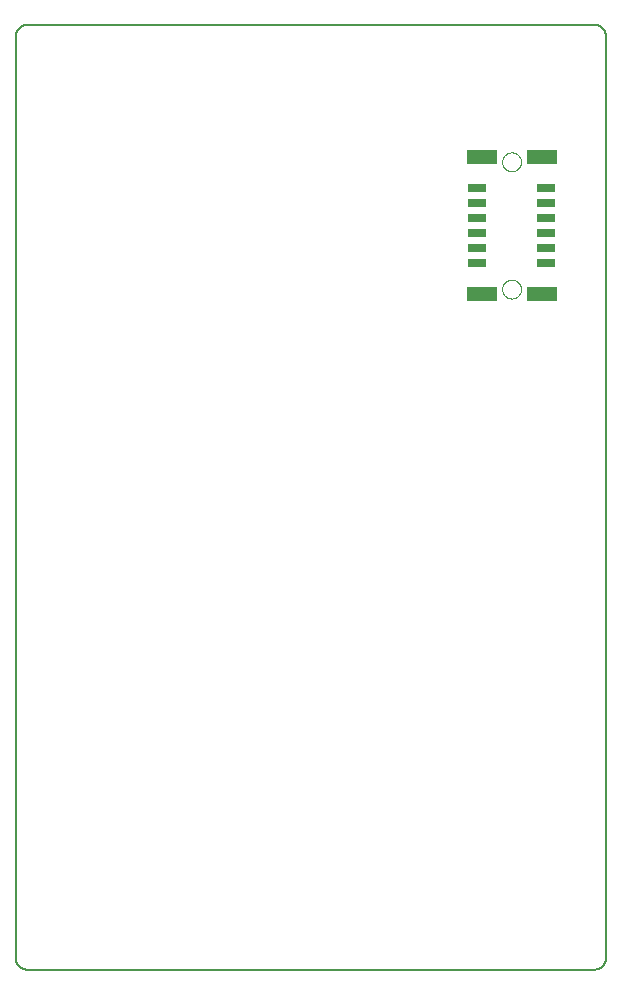
<source format=gbp>
G75*
%MOIN*%
%OFA0B0*%
%FSLAX25Y25*%
%IPPOS*%
%LPD*%
%AMOC8*
5,1,8,0,0,1.08239X$1,22.5*
%
%ADD10C,0.00500*%
%ADD11R,0.05906X0.03150*%
%ADD12R,0.09843X0.04724*%
%ADD13C,0.00000*%
D10*
X0010859Y0008937D02*
X0010859Y0316024D01*
X0010861Y0316148D01*
X0010867Y0316271D01*
X0010876Y0316395D01*
X0010890Y0316517D01*
X0010907Y0316640D01*
X0010929Y0316762D01*
X0010954Y0316883D01*
X0010983Y0317003D01*
X0011015Y0317122D01*
X0011052Y0317241D01*
X0011092Y0317358D01*
X0011135Y0317473D01*
X0011183Y0317588D01*
X0011234Y0317700D01*
X0011288Y0317811D01*
X0011346Y0317921D01*
X0011407Y0318028D01*
X0011472Y0318134D01*
X0011540Y0318237D01*
X0011611Y0318338D01*
X0011685Y0318437D01*
X0011762Y0318534D01*
X0011843Y0318628D01*
X0011926Y0318719D01*
X0012012Y0318808D01*
X0012101Y0318894D01*
X0012192Y0318977D01*
X0012286Y0319058D01*
X0012383Y0319135D01*
X0012482Y0319209D01*
X0012583Y0319280D01*
X0012686Y0319348D01*
X0012792Y0319413D01*
X0012899Y0319474D01*
X0013009Y0319532D01*
X0013120Y0319586D01*
X0013232Y0319637D01*
X0013347Y0319685D01*
X0013462Y0319728D01*
X0013579Y0319768D01*
X0013698Y0319805D01*
X0013817Y0319837D01*
X0013937Y0319866D01*
X0014058Y0319891D01*
X0014180Y0319913D01*
X0014303Y0319930D01*
X0014425Y0319944D01*
X0014549Y0319953D01*
X0014672Y0319959D01*
X0014796Y0319961D01*
X0203772Y0319961D01*
X0203896Y0319959D01*
X0204019Y0319953D01*
X0204143Y0319944D01*
X0204265Y0319930D01*
X0204388Y0319913D01*
X0204510Y0319891D01*
X0204631Y0319866D01*
X0204751Y0319837D01*
X0204870Y0319805D01*
X0204989Y0319768D01*
X0205106Y0319728D01*
X0205221Y0319685D01*
X0205336Y0319637D01*
X0205448Y0319586D01*
X0205559Y0319532D01*
X0205669Y0319474D01*
X0205776Y0319413D01*
X0205882Y0319348D01*
X0205985Y0319280D01*
X0206086Y0319209D01*
X0206185Y0319135D01*
X0206282Y0319058D01*
X0206376Y0318977D01*
X0206467Y0318894D01*
X0206556Y0318808D01*
X0206642Y0318719D01*
X0206725Y0318628D01*
X0206806Y0318534D01*
X0206883Y0318437D01*
X0206957Y0318338D01*
X0207028Y0318237D01*
X0207096Y0318134D01*
X0207161Y0318028D01*
X0207222Y0317921D01*
X0207280Y0317811D01*
X0207334Y0317700D01*
X0207385Y0317588D01*
X0207433Y0317473D01*
X0207476Y0317358D01*
X0207516Y0317241D01*
X0207553Y0317122D01*
X0207585Y0317003D01*
X0207614Y0316883D01*
X0207639Y0316762D01*
X0207661Y0316640D01*
X0207678Y0316517D01*
X0207692Y0316395D01*
X0207701Y0316271D01*
X0207707Y0316148D01*
X0207709Y0316024D01*
X0207709Y0008937D01*
X0207707Y0008813D01*
X0207701Y0008690D01*
X0207692Y0008566D01*
X0207678Y0008444D01*
X0207661Y0008321D01*
X0207639Y0008199D01*
X0207614Y0008078D01*
X0207585Y0007958D01*
X0207553Y0007839D01*
X0207516Y0007720D01*
X0207476Y0007603D01*
X0207433Y0007488D01*
X0207385Y0007373D01*
X0207334Y0007261D01*
X0207280Y0007150D01*
X0207222Y0007040D01*
X0207161Y0006933D01*
X0207096Y0006827D01*
X0207028Y0006724D01*
X0206957Y0006623D01*
X0206883Y0006524D01*
X0206806Y0006427D01*
X0206725Y0006333D01*
X0206642Y0006242D01*
X0206556Y0006153D01*
X0206467Y0006067D01*
X0206376Y0005984D01*
X0206282Y0005903D01*
X0206185Y0005826D01*
X0206086Y0005752D01*
X0205985Y0005681D01*
X0205882Y0005613D01*
X0205776Y0005548D01*
X0205669Y0005487D01*
X0205559Y0005429D01*
X0205448Y0005375D01*
X0205336Y0005324D01*
X0205221Y0005276D01*
X0205106Y0005233D01*
X0204989Y0005193D01*
X0204870Y0005156D01*
X0204751Y0005124D01*
X0204631Y0005095D01*
X0204510Y0005070D01*
X0204388Y0005048D01*
X0204265Y0005031D01*
X0204143Y0005017D01*
X0204019Y0005008D01*
X0203896Y0005002D01*
X0203772Y0005000D01*
X0014796Y0005000D01*
X0014672Y0005002D01*
X0014549Y0005008D01*
X0014425Y0005017D01*
X0014303Y0005031D01*
X0014180Y0005048D01*
X0014058Y0005070D01*
X0013937Y0005095D01*
X0013817Y0005124D01*
X0013698Y0005156D01*
X0013579Y0005193D01*
X0013462Y0005233D01*
X0013347Y0005276D01*
X0013232Y0005324D01*
X0013120Y0005375D01*
X0013009Y0005429D01*
X0012899Y0005487D01*
X0012792Y0005548D01*
X0012686Y0005613D01*
X0012583Y0005681D01*
X0012482Y0005752D01*
X0012383Y0005826D01*
X0012286Y0005903D01*
X0012192Y0005984D01*
X0012101Y0006067D01*
X0012012Y0006153D01*
X0011926Y0006242D01*
X0011843Y0006333D01*
X0011762Y0006427D01*
X0011685Y0006524D01*
X0011611Y0006623D01*
X0011540Y0006724D01*
X0011472Y0006827D01*
X0011407Y0006933D01*
X0011346Y0007040D01*
X0011288Y0007150D01*
X0011234Y0007261D01*
X0011183Y0007373D01*
X0011135Y0007488D01*
X0011092Y0007603D01*
X0011052Y0007720D01*
X0011015Y0007839D01*
X0010983Y0007958D01*
X0010954Y0008078D01*
X0010929Y0008199D01*
X0010907Y0008321D01*
X0010890Y0008444D01*
X0010876Y0008566D01*
X0010867Y0008690D01*
X0010861Y0008813D01*
X0010859Y0008937D01*
D11*
X0164599Y0240492D03*
X0164599Y0245492D03*
X0164599Y0250492D03*
X0164599Y0255492D03*
X0164599Y0260492D03*
X0164599Y0265492D03*
X0187827Y0265492D03*
X0187827Y0260492D03*
X0187827Y0255492D03*
X0187827Y0250492D03*
X0187827Y0245492D03*
X0187827Y0240492D03*
D12*
X0186252Y0230197D03*
X0166174Y0230197D03*
X0166174Y0275866D03*
X0186252Y0275866D03*
D13*
X0173063Y0274232D02*
X0173065Y0274344D01*
X0173071Y0274455D01*
X0173081Y0274567D01*
X0173095Y0274678D01*
X0173112Y0274788D01*
X0173134Y0274898D01*
X0173160Y0275007D01*
X0173189Y0275115D01*
X0173222Y0275221D01*
X0173259Y0275327D01*
X0173300Y0275431D01*
X0173345Y0275534D01*
X0173393Y0275635D01*
X0173444Y0275734D01*
X0173499Y0275831D01*
X0173558Y0275926D01*
X0173619Y0276020D01*
X0173684Y0276111D01*
X0173753Y0276199D01*
X0173824Y0276285D01*
X0173898Y0276369D01*
X0173976Y0276449D01*
X0174056Y0276527D01*
X0174139Y0276603D01*
X0174224Y0276675D01*
X0174312Y0276744D01*
X0174402Y0276810D01*
X0174495Y0276872D01*
X0174590Y0276932D01*
X0174687Y0276988D01*
X0174785Y0277040D01*
X0174886Y0277089D01*
X0174988Y0277134D01*
X0175092Y0277176D01*
X0175197Y0277214D01*
X0175304Y0277248D01*
X0175411Y0277278D01*
X0175520Y0277305D01*
X0175629Y0277327D01*
X0175740Y0277346D01*
X0175850Y0277361D01*
X0175962Y0277372D01*
X0176073Y0277379D01*
X0176185Y0277382D01*
X0176297Y0277381D01*
X0176409Y0277376D01*
X0176520Y0277367D01*
X0176631Y0277354D01*
X0176742Y0277337D01*
X0176852Y0277317D01*
X0176961Y0277292D01*
X0177069Y0277264D01*
X0177176Y0277231D01*
X0177282Y0277195D01*
X0177386Y0277155D01*
X0177489Y0277112D01*
X0177591Y0277065D01*
X0177690Y0277014D01*
X0177788Y0276960D01*
X0177884Y0276902D01*
X0177978Y0276841D01*
X0178069Y0276777D01*
X0178158Y0276710D01*
X0178245Y0276639D01*
X0178329Y0276565D01*
X0178411Y0276489D01*
X0178489Y0276409D01*
X0178565Y0276327D01*
X0178638Y0276242D01*
X0178708Y0276155D01*
X0178774Y0276065D01*
X0178838Y0275973D01*
X0178898Y0275879D01*
X0178955Y0275783D01*
X0179008Y0275684D01*
X0179058Y0275584D01*
X0179104Y0275483D01*
X0179147Y0275379D01*
X0179186Y0275274D01*
X0179221Y0275168D01*
X0179252Y0275061D01*
X0179280Y0274952D01*
X0179303Y0274843D01*
X0179323Y0274733D01*
X0179339Y0274622D01*
X0179351Y0274511D01*
X0179359Y0274400D01*
X0179363Y0274288D01*
X0179363Y0274176D01*
X0179359Y0274064D01*
X0179351Y0273953D01*
X0179339Y0273842D01*
X0179323Y0273731D01*
X0179303Y0273621D01*
X0179280Y0273512D01*
X0179252Y0273403D01*
X0179221Y0273296D01*
X0179186Y0273190D01*
X0179147Y0273085D01*
X0179104Y0272981D01*
X0179058Y0272880D01*
X0179008Y0272780D01*
X0178955Y0272681D01*
X0178898Y0272585D01*
X0178838Y0272491D01*
X0178774Y0272399D01*
X0178708Y0272309D01*
X0178638Y0272222D01*
X0178565Y0272137D01*
X0178489Y0272055D01*
X0178411Y0271975D01*
X0178329Y0271899D01*
X0178245Y0271825D01*
X0178158Y0271754D01*
X0178069Y0271687D01*
X0177978Y0271623D01*
X0177884Y0271562D01*
X0177788Y0271504D01*
X0177690Y0271450D01*
X0177591Y0271399D01*
X0177489Y0271352D01*
X0177386Y0271309D01*
X0177282Y0271269D01*
X0177176Y0271233D01*
X0177069Y0271200D01*
X0176961Y0271172D01*
X0176852Y0271147D01*
X0176742Y0271127D01*
X0176631Y0271110D01*
X0176520Y0271097D01*
X0176409Y0271088D01*
X0176297Y0271083D01*
X0176185Y0271082D01*
X0176073Y0271085D01*
X0175962Y0271092D01*
X0175850Y0271103D01*
X0175740Y0271118D01*
X0175629Y0271137D01*
X0175520Y0271159D01*
X0175411Y0271186D01*
X0175304Y0271216D01*
X0175197Y0271250D01*
X0175092Y0271288D01*
X0174988Y0271330D01*
X0174886Y0271375D01*
X0174785Y0271424D01*
X0174687Y0271476D01*
X0174590Y0271532D01*
X0174495Y0271592D01*
X0174402Y0271654D01*
X0174312Y0271720D01*
X0174224Y0271789D01*
X0174139Y0271861D01*
X0174056Y0271937D01*
X0173976Y0272015D01*
X0173898Y0272095D01*
X0173824Y0272179D01*
X0173753Y0272265D01*
X0173684Y0272353D01*
X0173619Y0272444D01*
X0173558Y0272538D01*
X0173499Y0272633D01*
X0173444Y0272730D01*
X0173393Y0272829D01*
X0173345Y0272930D01*
X0173300Y0273033D01*
X0173259Y0273137D01*
X0173222Y0273243D01*
X0173189Y0273349D01*
X0173160Y0273457D01*
X0173134Y0273566D01*
X0173112Y0273676D01*
X0173095Y0273786D01*
X0173081Y0273897D01*
X0173071Y0274009D01*
X0173065Y0274120D01*
X0173063Y0274232D01*
X0173065Y0274344D01*
X0173071Y0274455D01*
X0173081Y0274567D01*
X0173095Y0274678D01*
X0173112Y0274788D01*
X0173134Y0274898D01*
X0173160Y0275007D01*
X0173189Y0275115D01*
X0173222Y0275221D01*
X0173259Y0275327D01*
X0173300Y0275431D01*
X0173345Y0275534D01*
X0173393Y0275635D01*
X0173444Y0275734D01*
X0173499Y0275831D01*
X0173558Y0275926D01*
X0173619Y0276020D01*
X0173684Y0276111D01*
X0173753Y0276199D01*
X0173824Y0276285D01*
X0173898Y0276369D01*
X0173976Y0276449D01*
X0174056Y0276527D01*
X0174139Y0276603D01*
X0174224Y0276675D01*
X0174312Y0276744D01*
X0174402Y0276810D01*
X0174495Y0276872D01*
X0174590Y0276932D01*
X0174687Y0276988D01*
X0174785Y0277040D01*
X0174886Y0277089D01*
X0174988Y0277134D01*
X0175092Y0277176D01*
X0175197Y0277214D01*
X0175304Y0277248D01*
X0175411Y0277278D01*
X0175520Y0277305D01*
X0175629Y0277327D01*
X0175740Y0277346D01*
X0175850Y0277361D01*
X0175962Y0277372D01*
X0176073Y0277379D01*
X0176185Y0277382D01*
X0176297Y0277381D01*
X0176409Y0277376D01*
X0176520Y0277367D01*
X0176631Y0277354D01*
X0176742Y0277337D01*
X0176852Y0277317D01*
X0176961Y0277292D01*
X0177069Y0277264D01*
X0177176Y0277231D01*
X0177282Y0277195D01*
X0177386Y0277155D01*
X0177489Y0277112D01*
X0177591Y0277065D01*
X0177690Y0277014D01*
X0177788Y0276960D01*
X0177884Y0276902D01*
X0177978Y0276841D01*
X0178069Y0276777D01*
X0178158Y0276710D01*
X0178245Y0276639D01*
X0178329Y0276565D01*
X0178411Y0276489D01*
X0178489Y0276409D01*
X0178565Y0276327D01*
X0178638Y0276242D01*
X0178708Y0276155D01*
X0178774Y0276065D01*
X0178838Y0275973D01*
X0178898Y0275879D01*
X0178955Y0275783D01*
X0179008Y0275684D01*
X0179058Y0275584D01*
X0179104Y0275483D01*
X0179147Y0275379D01*
X0179186Y0275274D01*
X0179221Y0275168D01*
X0179252Y0275061D01*
X0179280Y0274952D01*
X0179303Y0274843D01*
X0179323Y0274733D01*
X0179339Y0274622D01*
X0179351Y0274511D01*
X0179359Y0274400D01*
X0179363Y0274288D01*
X0179363Y0274176D01*
X0179359Y0274064D01*
X0179351Y0273953D01*
X0179339Y0273842D01*
X0179323Y0273731D01*
X0179303Y0273621D01*
X0179280Y0273512D01*
X0179252Y0273403D01*
X0179221Y0273296D01*
X0179186Y0273190D01*
X0179147Y0273085D01*
X0179104Y0272981D01*
X0179058Y0272880D01*
X0179008Y0272780D01*
X0178955Y0272681D01*
X0178898Y0272585D01*
X0178838Y0272491D01*
X0178774Y0272399D01*
X0178708Y0272309D01*
X0178638Y0272222D01*
X0178565Y0272137D01*
X0178489Y0272055D01*
X0178411Y0271975D01*
X0178329Y0271899D01*
X0178245Y0271825D01*
X0178158Y0271754D01*
X0178069Y0271687D01*
X0177978Y0271623D01*
X0177884Y0271562D01*
X0177788Y0271504D01*
X0177690Y0271450D01*
X0177591Y0271399D01*
X0177489Y0271352D01*
X0177386Y0271309D01*
X0177282Y0271269D01*
X0177176Y0271233D01*
X0177069Y0271200D01*
X0176961Y0271172D01*
X0176852Y0271147D01*
X0176742Y0271127D01*
X0176631Y0271110D01*
X0176520Y0271097D01*
X0176409Y0271088D01*
X0176297Y0271083D01*
X0176185Y0271082D01*
X0176073Y0271085D01*
X0175962Y0271092D01*
X0175850Y0271103D01*
X0175740Y0271118D01*
X0175629Y0271137D01*
X0175520Y0271159D01*
X0175411Y0271186D01*
X0175304Y0271216D01*
X0175197Y0271250D01*
X0175092Y0271288D01*
X0174988Y0271330D01*
X0174886Y0271375D01*
X0174785Y0271424D01*
X0174687Y0271476D01*
X0174590Y0271532D01*
X0174495Y0271592D01*
X0174402Y0271654D01*
X0174312Y0271720D01*
X0174224Y0271789D01*
X0174139Y0271861D01*
X0174056Y0271937D01*
X0173976Y0272015D01*
X0173898Y0272095D01*
X0173824Y0272179D01*
X0173753Y0272265D01*
X0173684Y0272353D01*
X0173619Y0272444D01*
X0173558Y0272538D01*
X0173499Y0272633D01*
X0173444Y0272730D01*
X0173393Y0272829D01*
X0173345Y0272930D01*
X0173300Y0273033D01*
X0173259Y0273137D01*
X0173222Y0273243D01*
X0173189Y0273349D01*
X0173160Y0273457D01*
X0173134Y0273566D01*
X0173112Y0273676D01*
X0173095Y0273786D01*
X0173081Y0273897D01*
X0173071Y0274009D01*
X0173065Y0274120D01*
X0173063Y0274232D01*
X0173063Y0231831D02*
X0173065Y0231943D01*
X0173071Y0232054D01*
X0173081Y0232166D01*
X0173095Y0232277D01*
X0173112Y0232387D01*
X0173134Y0232497D01*
X0173160Y0232606D01*
X0173189Y0232714D01*
X0173222Y0232820D01*
X0173259Y0232926D01*
X0173300Y0233030D01*
X0173345Y0233133D01*
X0173393Y0233234D01*
X0173444Y0233333D01*
X0173499Y0233430D01*
X0173558Y0233525D01*
X0173619Y0233619D01*
X0173684Y0233710D01*
X0173753Y0233798D01*
X0173824Y0233884D01*
X0173898Y0233968D01*
X0173976Y0234048D01*
X0174056Y0234126D01*
X0174139Y0234202D01*
X0174224Y0234274D01*
X0174312Y0234343D01*
X0174402Y0234409D01*
X0174495Y0234471D01*
X0174590Y0234531D01*
X0174687Y0234587D01*
X0174785Y0234639D01*
X0174886Y0234688D01*
X0174988Y0234733D01*
X0175092Y0234775D01*
X0175197Y0234813D01*
X0175304Y0234847D01*
X0175411Y0234877D01*
X0175520Y0234904D01*
X0175629Y0234926D01*
X0175740Y0234945D01*
X0175850Y0234960D01*
X0175962Y0234971D01*
X0176073Y0234978D01*
X0176185Y0234981D01*
X0176297Y0234980D01*
X0176409Y0234975D01*
X0176520Y0234966D01*
X0176631Y0234953D01*
X0176742Y0234936D01*
X0176852Y0234916D01*
X0176961Y0234891D01*
X0177069Y0234863D01*
X0177176Y0234830D01*
X0177282Y0234794D01*
X0177386Y0234754D01*
X0177489Y0234711D01*
X0177591Y0234664D01*
X0177690Y0234613D01*
X0177788Y0234559D01*
X0177884Y0234501D01*
X0177978Y0234440D01*
X0178069Y0234376D01*
X0178158Y0234309D01*
X0178245Y0234238D01*
X0178329Y0234164D01*
X0178411Y0234088D01*
X0178489Y0234008D01*
X0178565Y0233926D01*
X0178638Y0233841D01*
X0178708Y0233754D01*
X0178774Y0233664D01*
X0178838Y0233572D01*
X0178898Y0233478D01*
X0178955Y0233382D01*
X0179008Y0233283D01*
X0179058Y0233183D01*
X0179104Y0233082D01*
X0179147Y0232978D01*
X0179186Y0232873D01*
X0179221Y0232767D01*
X0179252Y0232660D01*
X0179280Y0232551D01*
X0179303Y0232442D01*
X0179323Y0232332D01*
X0179339Y0232221D01*
X0179351Y0232110D01*
X0179359Y0231999D01*
X0179363Y0231887D01*
X0179363Y0231775D01*
X0179359Y0231663D01*
X0179351Y0231552D01*
X0179339Y0231441D01*
X0179323Y0231330D01*
X0179303Y0231220D01*
X0179280Y0231111D01*
X0179252Y0231002D01*
X0179221Y0230895D01*
X0179186Y0230789D01*
X0179147Y0230684D01*
X0179104Y0230580D01*
X0179058Y0230479D01*
X0179008Y0230379D01*
X0178955Y0230280D01*
X0178898Y0230184D01*
X0178838Y0230090D01*
X0178774Y0229998D01*
X0178708Y0229908D01*
X0178638Y0229821D01*
X0178565Y0229736D01*
X0178489Y0229654D01*
X0178411Y0229574D01*
X0178329Y0229498D01*
X0178245Y0229424D01*
X0178158Y0229353D01*
X0178069Y0229286D01*
X0177978Y0229222D01*
X0177884Y0229161D01*
X0177788Y0229103D01*
X0177690Y0229049D01*
X0177591Y0228998D01*
X0177489Y0228951D01*
X0177386Y0228908D01*
X0177282Y0228868D01*
X0177176Y0228832D01*
X0177069Y0228799D01*
X0176961Y0228771D01*
X0176852Y0228746D01*
X0176742Y0228726D01*
X0176631Y0228709D01*
X0176520Y0228696D01*
X0176409Y0228687D01*
X0176297Y0228682D01*
X0176185Y0228681D01*
X0176073Y0228684D01*
X0175962Y0228691D01*
X0175850Y0228702D01*
X0175740Y0228717D01*
X0175629Y0228736D01*
X0175520Y0228758D01*
X0175411Y0228785D01*
X0175304Y0228815D01*
X0175197Y0228849D01*
X0175092Y0228887D01*
X0174988Y0228929D01*
X0174886Y0228974D01*
X0174785Y0229023D01*
X0174687Y0229075D01*
X0174590Y0229131D01*
X0174495Y0229191D01*
X0174402Y0229253D01*
X0174312Y0229319D01*
X0174224Y0229388D01*
X0174139Y0229460D01*
X0174056Y0229536D01*
X0173976Y0229614D01*
X0173898Y0229694D01*
X0173824Y0229778D01*
X0173753Y0229864D01*
X0173684Y0229952D01*
X0173619Y0230043D01*
X0173558Y0230137D01*
X0173499Y0230232D01*
X0173444Y0230329D01*
X0173393Y0230428D01*
X0173345Y0230529D01*
X0173300Y0230632D01*
X0173259Y0230736D01*
X0173222Y0230842D01*
X0173189Y0230948D01*
X0173160Y0231056D01*
X0173134Y0231165D01*
X0173112Y0231275D01*
X0173095Y0231385D01*
X0173081Y0231496D01*
X0173071Y0231608D01*
X0173065Y0231719D01*
X0173063Y0231831D01*
X0173065Y0231943D01*
X0173071Y0232054D01*
X0173081Y0232166D01*
X0173095Y0232277D01*
X0173112Y0232387D01*
X0173134Y0232497D01*
X0173160Y0232606D01*
X0173189Y0232714D01*
X0173222Y0232820D01*
X0173259Y0232926D01*
X0173300Y0233030D01*
X0173345Y0233133D01*
X0173393Y0233234D01*
X0173444Y0233333D01*
X0173499Y0233430D01*
X0173558Y0233525D01*
X0173619Y0233619D01*
X0173684Y0233710D01*
X0173753Y0233798D01*
X0173824Y0233884D01*
X0173898Y0233968D01*
X0173976Y0234048D01*
X0174056Y0234126D01*
X0174139Y0234202D01*
X0174224Y0234274D01*
X0174312Y0234343D01*
X0174402Y0234409D01*
X0174495Y0234471D01*
X0174590Y0234531D01*
X0174687Y0234587D01*
X0174785Y0234639D01*
X0174886Y0234688D01*
X0174988Y0234733D01*
X0175092Y0234775D01*
X0175197Y0234813D01*
X0175304Y0234847D01*
X0175411Y0234877D01*
X0175520Y0234904D01*
X0175629Y0234926D01*
X0175740Y0234945D01*
X0175850Y0234960D01*
X0175962Y0234971D01*
X0176073Y0234978D01*
X0176185Y0234981D01*
X0176297Y0234980D01*
X0176409Y0234975D01*
X0176520Y0234966D01*
X0176631Y0234953D01*
X0176742Y0234936D01*
X0176852Y0234916D01*
X0176961Y0234891D01*
X0177069Y0234863D01*
X0177176Y0234830D01*
X0177282Y0234794D01*
X0177386Y0234754D01*
X0177489Y0234711D01*
X0177591Y0234664D01*
X0177690Y0234613D01*
X0177788Y0234559D01*
X0177884Y0234501D01*
X0177978Y0234440D01*
X0178069Y0234376D01*
X0178158Y0234309D01*
X0178245Y0234238D01*
X0178329Y0234164D01*
X0178411Y0234088D01*
X0178489Y0234008D01*
X0178565Y0233926D01*
X0178638Y0233841D01*
X0178708Y0233754D01*
X0178774Y0233664D01*
X0178838Y0233572D01*
X0178898Y0233478D01*
X0178955Y0233382D01*
X0179008Y0233283D01*
X0179058Y0233183D01*
X0179104Y0233082D01*
X0179147Y0232978D01*
X0179186Y0232873D01*
X0179221Y0232767D01*
X0179252Y0232660D01*
X0179280Y0232551D01*
X0179303Y0232442D01*
X0179323Y0232332D01*
X0179339Y0232221D01*
X0179351Y0232110D01*
X0179359Y0231999D01*
X0179363Y0231887D01*
X0179363Y0231775D01*
X0179359Y0231663D01*
X0179351Y0231552D01*
X0179339Y0231441D01*
X0179323Y0231330D01*
X0179303Y0231220D01*
X0179280Y0231111D01*
X0179252Y0231002D01*
X0179221Y0230895D01*
X0179186Y0230789D01*
X0179147Y0230684D01*
X0179104Y0230580D01*
X0179058Y0230479D01*
X0179008Y0230379D01*
X0178955Y0230280D01*
X0178898Y0230184D01*
X0178838Y0230090D01*
X0178774Y0229998D01*
X0178708Y0229908D01*
X0178638Y0229821D01*
X0178565Y0229736D01*
X0178489Y0229654D01*
X0178411Y0229574D01*
X0178329Y0229498D01*
X0178245Y0229424D01*
X0178158Y0229353D01*
X0178069Y0229286D01*
X0177978Y0229222D01*
X0177884Y0229161D01*
X0177788Y0229103D01*
X0177690Y0229049D01*
X0177591Y0228998D01*
X0177489Y0228951D01*
X0177386Y0228908D01*
X0177282Y0228868D01*
X0177176Y0228832D01*
X0177069Y0228799D01*
X0176961Y0228771D01*
X0176852Y0228746D01*
X0176742Y0228726D01*
X0176631Y0228709D01*
X0176520Y0228696D01*
X0176409Y0228687D01*
X0176297Y0228682D01*
X0176185Y0228681D01*
X0176073Y0228684D01*
X0175962Y0228691D01*
X0175850Y0228702D01*
X0175740Y0228717D01*
X0175629Y0228736D01*
X0175520Y0228758D01*
X0175411Y0228785D01*
X0175304Y0228815D01*
X0175197Y0228849D01*
X0175092Y0228887D01*
X0174988Y0228929D01*
X0174886Y0228974D01*
X0174785Y0229023D01*
X0174687Y0229075D01*
X0174590Y0229131D01*
X0174495Y0229191D01*
X0174402Y0229253D01*
X0174312Y0229319D01*
X0174224Y0229388D01*
X0174139Y0229460D01*
X0174056Y0229536D01*
X0173976Y0229614D01*
X0173898Y0229694D01*
X0173824Y0229778D01*
X0173753Y0229864D01*
X0173684Y0229952D01*
X0173619Y0230043D01*
X0173558Y0230137D01*
X0173499Y0230232D01*
X0173444Y0230329D01*
X0173393Y0230428D01*
X0173345Y0230529D01*
X0173300Y0230632D01*
X0173259Y0230736D01*
X0173222Y0230842D01*
X0173189Y0230948D01*
X0173160Y0231056D01*
X0173134Y0231165D01*
X0173112Y0231275D01*
X0173095Y0231385D01*
X0173081Y0231496D01*
X0173071Y0231608D01*
X0173065Y0231719D01*
X0173063Y0231831D01*
M02*

</source>
